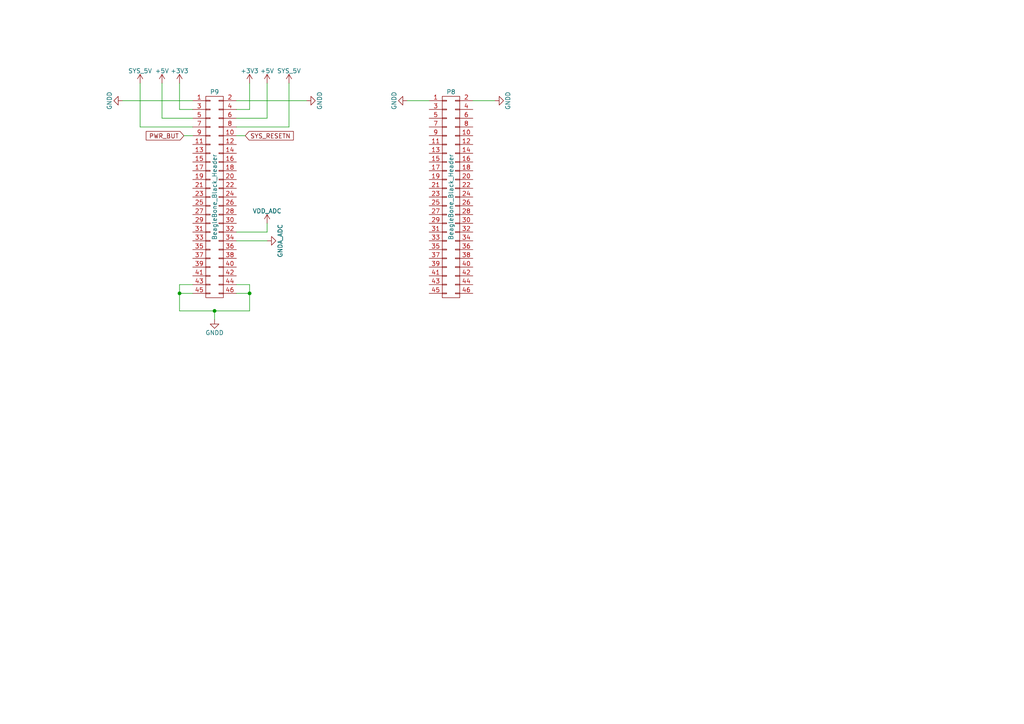
<source format=kicad_sch>
(kicad_sch (version 20230121) (generator eeschema)
  (paper "A4")
  (lib_symbols
    (symbol "BeagleBone-Black-Cape-rescue:+3V3" (power) (pin_names (offset 0))
      (property "Value" "+3V3" (at 0 3.556 0))
      (symbol "+3V3_0_1"
        (polyline (pts (xy -0.762 1.27) (xy 0 2.54)))
        (polyline (pts (xy 0 0) (xy 0 2.54)))
        (polyline (pts (xy 0 2.54) (xy 0.762 1.27)))
      )
      (symbol "+3V3_1_1"
        (pin power_in line (at 0 0 90) (length 0) hide (name "+3V3") (number "1"))
      )
    )
    (symbol "BeagleBone-Black-Cape-rescue:+5V" (power) (pin_names (offset 0))
      (property "Value" "+5V" (at 0 3.556 0))
      (symbol "+5V_0_1"
        (polyline (pts (xy -0.762 1.27) (xy 0 2.54)))
        (polyline (pts (xy 0 0) (xy 0 2.54)))
        (polyline (pts (xy 0 2.54) (xy 0.762 1.27)))
      )
      (symbol "+5V_1_1"
        (pin power_in line (at 0 0 90) (length 0) hide (name "+5V") (number "1"))
      )
    )
    (symbol "BeagleBone-Black-Cape-rescue:BeagleBone_Black_Header" (pin_names (offset 0.0254) hide)
      (property "Reference" "P" (at 0 30.48 0))
      (property "Value" "BeagleBone_Black_Header" (at 0 0 90))
      (symbol "BeagleBone_Black_Header_0_1"
        (rectangle (start -2.54 -27.813) (end -1.27 -28.067))
        (rectangle (start -2.54 -25.273) (end -1.27 -25.527))
        (rectangle (start -2.54 -22.733) (end -1.27 -22.987))
        (rectangle (start -2.54 -20.193) (end -1.27 -20.447))
        (rectangle (start -2.54 -17.653) (end -1.27 -17.907))
        (rectangle (start -2.54 -15.113) (end -1.27 -15.367))
        (rectangle (start -2.54 -12.573) (end -1.27 -12.827))
        (rectangle (start -2.54 -10.033) (end -1.27 -10.287))
        (rectangle (start -2.54 -7.493) (end -1.27 -7.747))
        (rectangle (start -2.54 -4.953) (end -1.27 -5.207))
        (rectangle (start -2.54 -2.413) (end -1.27 -2.667))
        (rectangle (start -2.54 0.127) (end -1.27 -0.127))
        (rectangle (start -2.54 2.667) (end -1.27 2.413))
        (rectangle (start -2.54 5.207) (end -1.27 4.953))
        (rectangle (start -2.54 7.747) (end -1.27 7.493))
        (rectangle (start -2.54 10.287) (end -1.27 10.033))
        (rectangle (start -2.54 12.827) (end -1.27 12.573))
        (rectangle (start -2.54 15.367) (end -1.27 15.113))
        (rectangle (start -2.54 17.907) (end -1.27 17.653))
        (rectangle (start -2.54 20.447) (end -1.27 20.193))
        (rectangle (start -2.54 22.987) (end -1.27 22.733))
        (rectangle (start -2.54 25.527) (end -1.27 25.273))
        (rectangle (start -2.54 28.067) (end -1.27 27.813))
        (rectangle (start -2.54 29.21) (end 2.54 -29.21))
        (rectangle (start 1.27 -27.813) (end 2.54 -28.067))
        (rectangle (start 1.27 -25.273) (end 2.54 -25.527))
        (rectangle (start 1.27 -22.733) (end 2.54 -22.987))
        (rectangle (start 1.27 -20.193) (end 2.54 -20.447))
        (rectangle (start 1.27 -17.653) (end 2.54 -17.907))
        (rectangle (start 1.27 -15.113) (end 2.54 -15.367))
        (rectangle (start 1.27 -12.573) (end 2.54 -12.827))
        (rectangle (start 1.27 -10.033) (end 2.54 -10.287))
        (rectangle (start 1.27 -7.493) (end 2.54 -7.747))
        (rectangle (start 1.27 -4.953) (end 2.54 -5.207))
        (rectangle (start 1.27 -2.413) (end 2.54 -2.667))
        (rectangle (start 1.27 0.127) (end 2.54 -0.127))
        (rectangle (start 1.27 2.667) (end 2.54 2.413))
        (rectangle (start 1.27 5.207) (end 2.54 4.953))
        (rectangle (start 1.27 7.747) (end 2.54 7.493))
        (rectangle (start 1.27 10.287) (end 2.54 10.033))
        (rectangle (start 1.27 12.827) (end 2.54 12.573))
        (rectangle (start 1.27 15.367) (end 2.54 15.113))
        (rectangle (start 1.27 17.907) (end 2.54 17.653))
        (rectangle (start 1.27 20.447) (end 2.54 20.193))
        (rectangle (start 1.27 22.987) (end 2.54 22.733))
        (rectangle (start 1.27 25.527) (end 2.54 25.273))
        (rectangle (start 1.27 28.067) (end 2.54 27.813))
      )
      (symbol "BeagleBone_Black_Header_1_1"
        (pin passive line (at -6.35 27.94 0) (length 3.81) (name "P1") (number "1"))
        (pin passive line (at 6.35 17.78 180) (length 3.81) (name "P10") (number "10"))
        (pin passive line (at -6.35 15.24 0) (length 3.81) (name "P11") (number "11"))
        (pin passive line (at 6.35 15.24 180) (length 3.81) (name "P12") (number "12"))
        (pin passive line (at -6.35 12.7 0) (length 3.81) (name "P13") (number "13"))
        (pin passive line (at 6.35 12.7 180) (length 3.81) (name "P14") (number "14"))
        (pin passive line (at -6.35 10.16 0) (length 3.81) (name "P15") (number "15"))
        (pin passive line (at 6.35 10.16 180) (length 3.81) (name "P16") (number "16"))
        (pin passive line (at -6.35 7.62 0) (length 3.81) (name "P17") (number "17"))
        (pin passive line (at 6.35 7.62 180) (length 3.81) (name "P18") (number "18"))
        (pin passive line (at -6.35 5.08 0) (length 3.81) (name "P19") (number "19"))
        (pin passive line (at 6.35 27.94 180) (length 3.81) (name "P2") (number "2"))
        (pin passive line (at 6.35 5.08 180) (length 3.81) (name "P20") (number "20"))
        (pin passive line (at -6.35 2.54 0) (length 3.81) (name "P21") (number "21"))
        (pin passive line (at 6.35 2.54 180) (length 3.81) (name "P22") (number "22"))
        (pin passive line (at -6.35 0 0) (length 3.81) (name "P23") (number "23"))
        (pin passive line (at 6.35 0 180) (length 3.81) (name "P24") (number "24"))
        (pin passive line (at -6.35 -2.54 0) (length 3.81) (name "P25") (number "25"))
        (pin passive line (at 6.35 -2.54 180) (length 3.81) (name "P26") (number "26"))
        (pin passive line (at -6.35 -5.08 0) (length 3.81) (name "P27") (number "27"))
        (pin passive line (at 6.35 -5.08 180) (length 3.81) (name "P28") (number "28"))
        (pin passive line (at -6.35 -7.62 0) (length 3.81) (name "P29") (number "29"))
        (pin passive line (at -6.35 25.4 0) (length 3.81) (name "P3") (number "3"))
        (pin passive line (at 6.35 -7.62 180) (length 3.81) (name "P30") (number "30"))
        (pin passive line (at -6.35 -10.16 0) (length 3.81) (name "P31") (number "31"))
        (pin passive line (at 6.35 -10.16 180) (length 3.81) (name "P32") (number "32"))
        (pin passive line (at -6.35 -12.7 0) (length 3.81) (name "P33") (number "33"))
        (pin passive line (at 6.35 -12.7 180) (length 3.81) (name "P34") (number "34"))
        (pin passive line (at -6.35 -15.24 0) (length 3.81) (name "P35") (number "35"))
        (pin passive line (at 6.35 -15.24 180) (length 3.81) (name "P36") (number "36"))
        (pin passive line (at -6.35 -17.78 0) (length 3.81) (name "P37") (number "37"))
        (pin passive line (at 6.35 -17.78 180) (length 3.81) (name "P38") (number "38"))
        (pin passive line (at -6.35 -20.32 0) (length 3.81) (name "P39") (number "39"))
        (pin passive line (at 6.35 25.4 180) (length 3.81) (name "P4") (number "4"))
        (pin passive line (at 6.35 -20.32 180) (length 3.81) (name "P40") (number "40"))
        (pin passive line (at -6.35 -22.86 0) (length 3.81) (name "P41") (number "41"))
        (pin passive line (at 6.35 -22.86 180) (length 3.81) (name "P42") (number "42"))
        (pin passive line (at -6.35 -25.4 0) (length 3.81) (name "P43") (number "43"))
        (pin passive line (at 6.35 -25.4 180) (length 3.81) (name "P44") (number "44"))
        (pin passive line (at -6.35 -27.94 0) (length 3.81) (name "P45") (number "45"))
        (pin passive line (at 6.35 -27.94 180) (length 3.81) (name "P46") (number "46"))
        (pin passive line (at -6.35 22.86 0) (length 3.81) (name "P5") (number "5"))
        (pin passive line (at 6.35 22.86 180) (length 3.81) (name "P6") (number "6"))
        (pin passive line (at -6.35 20.32 0) (length 3.81) (name "P7") (number "7"))
        (pin passive line (at 6.35 20.32 180) (length 3.81) (name "P8") (number "8"))
        (pin passive line (at -6.35 17.78 0) (length 3.81) (name "P9") (number "9"))
      )
    )
    (symbol "BeagleBone-Black-Cape-rescue:GNDA_ADC" (power) (pin_names (offset 0))
      (property "Value" "GNDA_ADC" (at 0 -3.81 0))
      (symbol "GNDA_ADC_0_1"
        (polyline (pts (xy 0 0) (xy 0 -1.27) (xy 1.27 -1.27) (xy 0 -2.54) (xy -1.27 -1.27) (xy 0 -1.27)))
      )
      (symbol "GNDA_ADC_1_1"
        (pin power_in line (at 0 0 270) (length 0) hide (name "GNDA_ADC") (number "1"))
      )
    )
    (symbol "BeagleBone-Black-Cape-rescue:GNDD" (power) (pin_names (offset 0))
      (property "Value" "GNDD" (at 0 -3.81 0))
      (symbol "GNDD_0_1"
        (polyline (pts (xy 0 0) (xy 0 -1.27) (xy 1.27 -1.27) (xy 0 -2.54) (xy -1.27 -1.27) (xy 0 -1.27)))
      )
      (symbol "GNDD_1_1"
        (pin power_in line (at 0 0 270) (length 0) hide (name "GNDD") (number "1"))
      )
    )
    (symbol "BeagleBone-Black-Cape-rescue:SYS_5V" (power) (pin_names (offset 0))
      (property "Value" "SYS_5V" (at 0 3.556 0))
      (symbol "SYS_5V_0_1"
        (polyline (pts (xy -0.762 1.27) (xy 0 2.54)))
        (polyline (pts (xy 0 0) (xy 0 2.54)))
        (polyline (pts (xy 0 2.54) (xy 0.762 1.27)))
      )
      (symbol "SYS_5V_1_1"
        (pin power_in line (at 0 0 90) (length 0) hide (name "SYS_5V") (number "1"))
      )
    )
    (symbol "BeagleBone-Black-Cape-rescue:VDD_ADC" (power) (pin_names (offset 0))
      (property "Value" "VDD_ADC" (at 0 3.556 0))
      (symbol "VDD_ADC_0_1"
        (polyline (pts (xy -0.762 1.27) (xy 0 2.54)))
        (polyline (pts (xy 0 0) (xy 0 2.54)))
        (polyline (pts (xy 0 2.54) (xy 0.762 1.27)))
      )
      (symbol "VDD_ADC_1_1"
        (pin power_in line (at 0 0 90) (length 0) hide (name "VDD_ADC") (number "1"))
      )
    )
  )
  (junction (at 62.23 90.17))
  (junction (at 72.39 85.09))
  (junction (at 52.07 85.09))
  (wire (pts (xy 68.58 85.09) (xy 72.39 85.09)))
  (wire (pts (xy 55.88 36.83) (xy 40.64 36.83)))
  (wire (pts (xy 137.16 29.21) (xy 143.51 29.21)))
  (wire (pts (xy 52.07 85.09) (xy 52.07 82.55)))
  (wire (pts (xy 68.58 31.75) (xy 72.39 31.75)))
  (wire (pts (xy 55.88 39.37) (xy 53.34 39.37)))
  (wire (pts (xy 83.82 36.83) (xy 68.58 36.83)))
  (wire (pts (xy 77.47 34.29) (xy 77.47 24.13)))
  (wire (pts (xy 46.99 34.29) (xy 46.99 24.13)))
  (wire (pts (xy 55.88 85.09) (xy 52.07 85.09)))
  (wire (pts (xy 72.39 90.17) (xy 62.23 90.17)))
  (wire (pts (xy 40.64 36.83) (xy 40.64 24.13)))
  (wire (pts (xy 68.58 34.29) (xy 77.47 34.29)))
  (wire (pts (xy 68.58 29.21) (xy 88.9 29.21)))
  (wire (pts (xy 52.07 82.55) (xy 55.88 82.55)))
  (wire (pts (xy 72.39 31.75) (xy 72.39 24.13)))
  (wire (pts (xy 55.88 34.29) (xy 46.99 34.29)))
  (wire (pts (xy 68.58 82.55) (xy 72.39 82.55)))
  (wire (pts (xy 52.07 90.17) (xy 52.07 85.09)))
  (wire (pts (xy 68.58 67.31) (xy 77.47 67.31)))
  (wire (pts (xy 55.88 31.75) (xy 52.07 31.75)))
  (wire (pts (xy 72.39 85.09) (xy 72.39 90.17)))
  (wire (pts (xy 62.23 90.17) (xy 52.07 90.17)))
  (wire (pts (xy 72.39 82.55) (xy 72.39 85.09)))
  (wire (pts (xy 77.47 67.31) (xy 77.47 64.77)))
  (wire (pts (xy 68.58 69.85) (xy 77.47 69.85)))
  (wire (pts (xy 52.07 31.75) (xy 52.07 24.13)))
  (wire (pts (xy 83.82 24.13) (xy 83.82 36.83)))
  (wire (pts (xy 68.58 39.37) (xy 71.12 39.37)))
  (wire (pts (xy 62.23 92.71) (xy 62.23 90.17)))
  (wire (pts (xy 55.88 29.21) (xy 35.56 29.21)))
  (wire (pts (xy 118.11 29.21) (xy 124.46 29.21)))
  (global_label "PWR_BUT" (shape input) (at 53.34 39.37 180) (property "Intersheetrefs" "${INTERSHEET_REFS}" (effects hide)))
  (global_label "SYS_RESETN" (shape input) (at 71.12 39.37 0) (property "Intersheetrefs" "${INTERSHEET_REFS}" (effects hide)))
  (symbol (lib_id "BeagleBone-Black-Cape-rescue:GNDD") (at 62.23 92.71 0) (unit 1)
    (property "Reference" "#PWR01" (effects hide))
    (property "Value" "GNDD" (at 62.23 96.52 0))
  )
  (symbol (lib_id "BeagleBone-Black-Cape-rescue:GNDD") (at 88.9 29.21 90) (unit 1)
    (property "Reference" "#PWR02" (effects hide))
    (property "Value" "GNDD" (at 92.71 29.21 0))
  )
  (symbol (lib_id "BeagleBone-Black-Cape-rescue:GNDD") (at 35.56 29.21 270) (unit 1)
    (property "Reference" "#PWR03" (effects hide))
    (property "Value" "GNDD" (at 31.75 29.21 0))
  )
  (symbol (lib_id "BeagleBone-Black-Cape-rescue:GNDD") (at 118.11 29.21 270) (unit 1)
    (property "Reference" "#PWR04" (effects hide))
    (property "Value" "GNDD" (at 114.3 29.21 0))
  )
  (symbol (lib_id "BeagleBone-Black-Cape-rescue:GNDD") (at 143.51 29.21 90) (unit 1)
    (property "Reference" "#PWR05" (effects hide))
    (property "Value" "GNDD" (at 147.32 29.21 0))
  )
  (symbol (lib_id "BeagleBone-Black-Cape-rescue:+3V3") (at 72.39 24.13 0) (unit 1)
    (property "Reference" "#PWR06" (effects hide))
    (property "Value" "+3V3" (at 72.39 20.574 0))
  )
  (symbol (lib_id "BeagleBone-Black-Cape-rescue:+5V") (at 77.47 24.13 0) (unit 1)
    (property "Reference" "#PWR07" (effects hide))
    (property "Value" "+5V" (at 77.47 20.574 0))
  )
  (symbol (lib_id "BeagleBone-Black-Cape-rescue:+3V3") (at 52.07 24.13 0) (unit 1)
    (property "Reference" "#PWR08" (effects hide))
    (property "Value" "+3V3" (at 52.07 20.574 0))
  )
  (symbol (lib_id "BeagleBone-Black-Cape-rescue:+5V") (at 46.99 24.13 0) (unit 1)
    (property "Reference" "#PWR09" (effects hide))
    (property "Value" "+5V" (at 46.99 20.574 0))
  )
  (symbol (lib_id "BeagleBone-Black-Cape-rescue:SYS_5V") (at 83.82 24.13 0) (unit 1)
    (property "Reference" "#PWR010" (effects hide))
    (property "Value" "SYS_5V" (at 83.82 20.574 0))
  )
  (symbol (lib_id "BeagleBone-Black-Cape-rescue:SYS_5V") (at 40.64 24.13 0) (unit 1)
    (property "Reference" "#PWR011" (effects hide))
    (property "Value" "SYS_5V" (at 40.64 20.574 0))
  )
  (symbol (lib_id "BeagleBone-Black-Cape-rescue:VDD_ADC") (at 77.47 64.77 0) (unit 1)
    (property "Reference" "#PWR012" (effects hide))
    (property "Value" "VDD_ADC" (at 77.47 61.214 0))
  )
  (symbol (lib_id "BeagleBone-Black-Cape-rescue:GNDA_ADC") (at 77.47 69.85 90) (unit 1)
    (property "Reference" "#PWR013" (effects hide))
    (property "Value" "GNDA_ADC" (at 81.28 69.85 0))
  )
  (symbol (lib_id "BeagleBone-Black-Cape-rescue:BeagleBone_Black_Header") (at 62.23 57.15 0) (unit 1)
    (property "Reference" "P9" (at 62.23 26.67 0))
    (property "Value" "BeagleBone_Black_Header" (at 62.23 57.15 90))
    (property "Footprint" "Socket_BeagleBone_Black:Socket_BeagleBone_Black" (effects hide))
  )
  (symbol (lib_id "BeagleBone-Black-Cape-rescue:BeagleBone_Black_Header") (at 130.81 57.15 0) (unit 1)
    (property "Reference" "P8" (at 130.81 26.67 0))
    (property "Value" "BeagleBone_Black_Header" (at 130.81 57.15 90))
    (property "Footprint" "Socket_BeagleBone_Black:Socket_BeagleBone_Black" (effects hide))
  )
)
</source>
